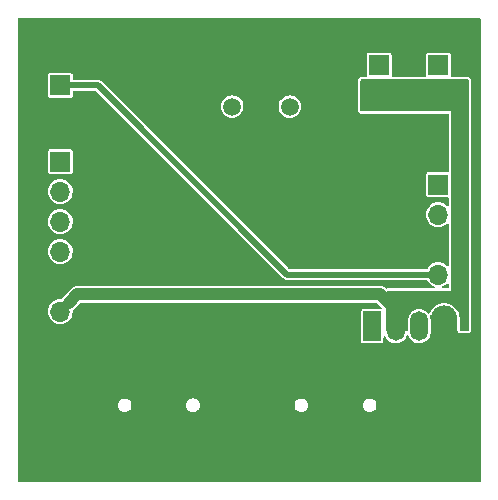
<source format=gbr>
%TF.GenerationSoftware,KiCad,Pcbnew,(6.0.2)*%
%TF.CreationDate,2023-02-05T14:58:07+00:00*%
%TF.ProjectId,STM32Board,53544d33-3242-46f6-9172-642e6b696361,rev?*%
%TF.SameCoordinates,Original*%
%TF.FileFunction,Copper,L2,Bot*%
%TF.FilePolarity,Positive*%
%FSLAX46Y46*%
G04 Gerber Fmt 4.6, Leading zero omitted, Abs format (unit mm)*
G04 Created by KiCad (PCBNEW (6.0.2)) date 2023-02-05 14:58:07*
%MOMM*%
%LPD*%
G01*
G04 APERTURE LIST*
%TA.AperFunction,ComponentPad*%
%ADD10O,1.000000X2.000000*%
%TD*%
%TA.AperFunction,ComponentPad*%
%ADD11O,1.050000X2.100000*%
%TD*%
%TA.AperFunction,ComponentPad*%
%ADD12C,1.500000*%
%TD*%
%TA.AperFunction,ComponentPad*%
%ADD13R,1.700000X1.700000*%
%TD*%
%TA.AperFunction,ComponentPad*%
%ADD14O,1.700000X1.700000*%
%TD*%
%TA.AperFunction,ComponentPad*%
%ADD15R,1.500000X2.500000*%
%TD*%
%TA.AperFunction,ComponentPad*%
%ADD16O,1.500000X2.500000*%
%TD*%
%TA.AperFunction,ComponentPad*%
%ADD17O,2.200000X3.500000*%
%TD*%
%TA.AperFunction,Conductor*%
%ADD18C,0.500000*%
%TD*%
%TA.AperFunction,Conductor*%
%ADD19C,1.000000*%
%TD*%
%TA.AperFunction,Conductor*%
%ADD20C,0.250000*%
%TD*%
G04 APERTURE END LIST*
D10*
%TO.P,J9,S2,SHELL_GND*%
%TO.N,GND*%
X115980000Y-129965000D03*
%TO.P,J9,S3,SHELL_GND*%
X124620000Y-129965000D03*
D11*
%TO.P,J9,S1,SHELL_GND*%
X115980000Y-125785000D03*
%TO.P,J9,S4,SHELL_GND*%
X124620000Y-125785000D03*
%TD*%
D10*
%TO.P,J8,S2,SHELL_GND*%
%TO.N,GND*%
X101017500Y-129965000D03*
%TO.P,J8,S3,SHELL_GND*%
X109657500Y-129965000D03*
D11*
%TO.P,J8,S1,SHELL_GND*%
X101017500Y-125785000D03*
%TO.P,J8,S4,SHELL_GND*%
X109657500Y-125785000D03*
%TD*%
D12*
%TO.P,Y1,1,1*%
%TO.N,/PD1*%
X111550000Y-101000000D03*
%TO.P,Y1,2,2*%
%TO.N,/PD0*%
X116430000Y-101000000D03*
%TD*%
D13*
%TO.P,J1,1,Pin_1*%
%TO.N,/PWM2*%
X129000000Y-97475000D03*
D14*
%TO.P,J1,2,Pin_2*%
%TO.N,+5V*%
X129000000Y-100015000D03*
%TO.P,J1,3,Pin_3*%
%TO.N,GND*%
X129000000Y-102555000D03*
%TD*%
D13*
%TO.P,J4,1,Pin_1*%
%TO.N,Net-(J4-Pad1)*%
X129000000Y-107600000D03*
D14*
%TO.P,J4,2,Pin_2*%
%TO.N,Net-(J4-Pad2)*%
X129000000Y-110140000D03*
%TO.P,J4,3,Pin_3*%
%TO.N,GND*%
X129000000Y-112680000D03*
%TO.P,J4,4,Pin_4*%
%TO.N,+3V3*%
X129000000Y-115220000D03*
%TD*%
D13*
%TO.P,J2,1,Pin_1*%
%TO.N,/PWM1*%
X124000000Y-97475000D03*
D14*
%TO.P,J2,2,Pin_2*%
%TO.N,+5V*%
X124000000Y-100015000D03*
%TO.P,J2,3,Pin_3*%
%TO.N,GND*%
X124000000Y-102555000D03*
%TD*%
D13*
%TO.P,J7,1,Pin_1*%
%TO.N,+3V3*%
X97000000Y-99200000D03*
D14*
%TO.P,J7,2,Pin_2*%
%TO.N,GND*%
X97000000Y-101740000D03*
%TD*%
D15*
%TO.P,SW2,1,A*%
%TO.N,/VBUS*%
X123400000Y-119600000D03*
D16*
%TO.P,SW2,2,B*%
%TO.N,+5V*%
X125400000Y-119600000D03*
%TO.P,SW2,3,C*%
%TO.N,unconnected-(SW2-Pad3)*%
X127400000Y-119600000D03*
D17*
%TO.P,SW2,4,SH1*%
%TO.N,GND*%
X121300000Y-119600000D03*
%TO.P,SW2,5,SH1*%
X129500000Y-119600000D03*
%TD*%
D13*
%TO.P,J3,1,Pin_1*%
%TO.N,/IN1*%
X97000000Y-105650000D03*
D14*
%TO.P,J3,2,Pin_2*%
%TO.N,/IN2*%
X97000000Y-108190000D03*
%TO.P,J3,3,Pin_3*%
%TO.N,/IN3*%
X97000000Y-110730000D03*
%TO.P,J3,4,Pin_4*%
%TO.N,/IN4*%
X97000000Y-113270000D03*
%TO.P,J3,5,Pin_5*%
%TO.N,GND*%
X97000000Y-115810000D03*
%TO.P,J3,6,Pin_6*%
%TO.N,+5V*%
X97000000Y-118350000D03*
%TD*%
D18*
%TO.N,+3V3*%
X97000000Y-99200000D02*
X100200000Y-99200000D01*
X100200000Y-99200000D02*
X116220000Y-115220000D01*
X116220000Y-115220000D02*
X129000000Y-115220000D01*
D19*
%TO.N,+5V*%
X125500000Y-119197500D02*
X125500000Y-118300000D01*
X124100000Y-116900000D02*
X98450000Y-116900000D01*
D20*
X125500000Y-119697500D02*
X125500000Y-119197500D01*
D19*
X98450000Y-116900000D02*
X97727020Y-117622980D01*
D20*
X97727020Y-117622980D02*
X97000000Y-118350000D01*
D19*
X125500000Y-118300000D02*
X124100000Y-116900000D01*
%TD*%
%TA.AperFunction,Conductor*%
%TO.N,GND*%
G36*
X132559191Y-93518907D02*
G01*
X132595155Y-93568407D01*
X132600000Y-93599000D01*
X132600000Y-132701000D01*
X132581093Y-132759191D01*
X132531593Y-132795155D01*
X132501000Y-132800000D01*
X93499000Y-132800000D01*
X93440809Y-132781093D01*
X93404845Y-132731593D01*
X93400000Y-132701000D01*
X93400000Y-126285000D01*
X101867034Y-126285000D01*
X101886813Y-126435236D01*
X101889297Y-126441233D01*
X101942319Y-126569240D01*
X101942321Y-126569244D01*
X101944802Y-126575233D01*
X101948748Y-126580375D01*
X101948750Y-126580379D01*
X102033098Y-126690302D01*
X102037049Y-126695451D01*
X102042198Y-126699402D01*
X102152121Y-126783750D01*
X102152125Y-126783752D01*
X102157267Y-126787698D01*
X102163256Y-126790179D01*
X102163260Y-126790181D01*
X102291267Y-126843203D01*
X102297264Y-126845687D01*
X102409780Y-126860500D01*
X102485220Y-126860500D01*
X102597736Y-126845687D01*
X102603733Y-126843203D01*
X102731740Y-126790181D01*
X102731744Y-126790179D01*
X102737733Y-126787698D01*
X102742875Y-126783752D01*
X102742879Y-126783750D01*
X102852802Y-126699402D01*
X102857951Y-126695451D01*
X102861902Y-126690302D01*
X102946250Y-126580379D01*
X102946252Y-126580375D01*
X102950198Y-126575233D01*
X102952679Y-126569244D01*
X102952681Y-126569240D01*
X103005703Y-126441233D01*
X103008187Y-126435236D01*
X103027966Y-126285000D01*
X107647034Y-126285000D01*
X107666813Y-126435236D01*
X107669297Y-126441233D01*
X107722319Y-126569240D01*
X107722321Y-126569244D01*
X107724802Y-126575233D01*
X107728748Y-126580375D01*
X107728750Y-126580379D01*
X107813098Y-126690302D01*
X107817049Y-126695451D01*
X107822198Y-126699402D01*
X107932121Y-126783750D01*
X107932125Y-126783752D01*
X107937267Y-126787698D01*
X107943256Y-126790179D01*
X107943260Y-126790181D01*
X108071267Y-126843203D01*
X108077264Y-126845687D01*
X108189780Y-126860500D01*
X108265220Y-126860500D01*
X108377736Y-126845687D01*
X108383733Y-126843203D01*
X108511740Y-126790181D01*
X108511744Y-126790179D01*
X108517733Y-126787698D01*
X108522875Y-126783752D01*
X108522879Y-126783750D01*
X108632802Y-126699402D01*
X108637951Y-126695451D01*
X108641902Y-126690302D01*
X108726250Y-126580379D01*
X108726252Y-126580375D01*
X108730198Y-126575233D01*
X108732679Y-126569244D01*
X108732681Y-126569240D01*
X108785703Y-126441233D01*
X108788187Y-126435236D01*
X108807966Y-126285000D01*
X116829534Y-126285000D01*
X116849313Y-126435236D01*
X116851797Y-126441233D01*
X116904819Y-126569240D01*
X116904821Y-126569244D01*
X116907302Y-126575233D01*
X116911248Y-126580375D01*
X116911250Y-126580379D01*
X116995598Y-126690302D01*
X116999549Y-126695451D01*
X117004698Y-126699402D01*
X117114621Y-126783750D01*
X117114625Y-126783752D01*
X117119767Y-126787698D01*
X117125756Y-126790179D01*
X117125760Y-126790181D01*
X117253767Y-126843203D01*
X117259764Y-126845687D01*
X117372280Y-126860500D01*
X117447720Y-126860500D01*
X117560236Y-126845687D01*
X117566233Y-126843203D01*
X117694240Y-126790181D01*
X117694244Y-126790179D01*
X117700233Y-126787698D01*
X117705375Y-126783752D01*
X117705379Y-126783750D01*
X117815302Y-126699402D01*
X117820451Y-126695451D01*
X117824402Y-126690302D01*
X117908750Y-126580379D01*
X117908752Y-126580375D01*
X117912698Y-126575233D01*
X117915179Y-126569244D01*
X117915181Y-126569240D01*
X117968203Y-126441233D01*
X117970687Y-126435236D01*
X117990466Y-126285000D01*
X122609534Y-126285000D01*
X122629313Y-126435236D01*
X122631797Y-126441233D01*
X122684819Y-126569240D01*
X122684821Y-126569244D01*
X122687302Y-126575233D01*
X122691248Y-126580375D01*
X122691250Y-126580379D01*
X122775598Y-126690302D01*
X122779549Y-126695451D01*
X122784698Y-126699402D01*
X122894621Y-126783750D01*
X122894625Y-126783752D01*
X122899767Y-126787698D01*
X122905756Y-126790179D01*
X122905760Y-126790181D01*
X123033767Y-126843203D01*
X123039764Y-126845687D01*
X123152280Y-126860500D01*
X123227720Y-126860500D01*
X123340236Y-126845687D01*
X123346233Y-126843203D01*
X123474240Y-126790181D01*
X123474244Y-126790179D01*
X123480233Y-126787698D01*
X123485375Y-126783752D01*
X123485379Y-126783750D01*
X123595302Y-126699402D01*
X123600451Y-126695451D01*
X123604402Y-126690302D01*
X123688750Y-126580379D01*
X123688752Y-126580375D01*
X123692698Y-126575233D01*
X123695179Y-126569244D01*
X123695181Y-126569240D01*
X123748203Y-126441233D01*
X123750687Y-126435236D01*
X123770466Y-126285000D01*
X123750687Y-126134764D01*
X123748203Y-126128767D01*
X123695181Y-126000760D01*
X123695179Y-126000756D01*
X123692698Y-125994767D01*
X123688752Y-125989625D01*
X123688750Y-125989621D01*
X123604402Y-125879698D01*
X123600451Y-125874549D01*
X123595302Y-125870598D01*
X123485379Y-125786250D01*
X123485375Y-125786248D01*
X123480233Y-125782302D01*
X123474244Y-125779821D01*
X123474240Y-125779819D01*
X123346233Y-125726797D01*
X123340236Y-125724313D01*
X123227720Y-125709500D01*
X123152280Y-125709500D01*
X123039764Y-125724313D01*
X123033767Y-125726797D01*
X122905760Y-125779819D01*
X122905756Y-125779821D01*
X122899767Y-125782302D01*
X122894625Y-125786248D01*
X122894621Y-125786250D01*
X122784698Y-125870598D01*
X122779549Y-125874549D01*
X122775598Y-125879698D01*
X122691250Y-125989621D01*
X122691248Y-125989625D01*
X122687302Y-125994767D01*
X122684821Y-126000756D01*
X122684819Y-126000760D01*
X122631797Y-126128767D01*
X122629313Y-126134764D01*
X122609534Y-126285000D01*
X117990466Y-126285000D01*
X117970687Y-126134764D01*
X117968203Y-126128767D01*
X117915181Y-126000760D01*
X117915179Y-126000756D01*
X117912698Y-125994767D01*
X117908752Y-125989625D01*
X117908750Y-125989621D01*
X117824402Y-125879698D01*
X117820451Y-125874549D01*
X117815302Y-125870598D01*
X117705379Y-125786250D01*
X117705375Y-125786248D01*
X117700233Y-125782302D01*
X117694244Y-125779821D01*
X117694240Y-125779819D01*
X117566233Y-125726797D01*
X117560236Y-125724313D01*
X117447720Y-125709500D01*
X117372280Y-125709500D01*
X117259764Y-125724313D01*
X117253767Y-125726797D01*
X117125760Y-125779819D01*
X117125756Y-125779821D01*
X117119767Y-125782302D01*
X117114625Y-125786248D01*
X117114621Y-125786250D01*
X117004698Y-125870598D01*
X116999549Y-125874549D01*
X116995598Y-125879698D01*
X116911250Y-125989621D01*
X116911248Y-125989625D01*
X116907302Y-125994767D01*
X116904821Y-126000756D01*
X116904819Y-126000760D01*
X116851797Y-126128767D01*
X116849313Y-126134764D01*
X116829534Y-126285000D01*
X108807966Y-126285000D01*
X108788187Y-126134764D01*
X108785703Y-126128767D01*
X108732681Y-126000760D01*
X108732679Y-126000756D01*
X108730198Y-125994767D01*
X108726252Y-125989625D01*
X108726250Y-125989621D01*
X108641902Y-125879698D01*
X108637951Y-125874549D01*
X108632802Y-125870598D01*
X108522879Y-125786250D01*
X108522875Y-125786248D01*
X108517733Y-125782302D01*
X108511744Y-125779821D01*
X108511740Y-125779819D01*
X108383733Y-125726797D01*
X108377736Y-125724313D01*
X108265220Y-125709500D01*
X108189780Y-125709500D01*
X108077264Y-125724313D01*
X108071267Y-125726797D01*
X107943260Y-125779819D01*
X107943256Y-125779821D01*
X107937267Y-125782302D01*
X107932125Y-125786248D01*
X107932121Y-125786250D01*
X107822198Y-125870598D01*
X107817049Y-125874549D01*
X107813098Y-125879698D01*
X107728750Y-125989621D01*
X107728748Y-125989625D01*
X107724802Y-125994767D01*
X107722321Y-126000756D01*
X107722319Y-126000760D01*
X107669297Y-126128767D01*
X107666813Y-126134764D01*
X107647034Y-126285000D01*
X103027966Y-126285000D01*
X103008187Y-126134764D01*
X103005703Y-126128767D01*
X102952681Y-126000760D01*
X102952679Y-126000756D01*
X102950198Y-125994767D01*
X102946252Y-125989625D01*
X102946250Y-125989621D01*
X102861902Y-125879698D01*
X102857951Y-125874549D01*
X102852802Y-125870598D01*
X102742879Y-125786250D01*
X102742875Y-125786248D01*
X102737733Y-125782302D01*
X102731744Y-125779821D01*
X102731740Y-125779819D01*
X102603733Y-125726797D01*
X102597736Y-125724313D01*
X102485220Y-125709500D01*
X102409780Y-125709500D01*
X102297264Y-125724313D01*
X102291267Y-125726797D01*
X102163260Y-125779819D01*
X102163256Y-125779821D01*
X102157267Y-125782302D01*
X102152125Y-125786248D01*
X102152121Y-125786250D01*
X102042198Y-125870598D01*
X102037049Y-125874549D01*
X102033098Y-125879698D01*
X101948750Y-125989621D01*
X101948748Y-125989625D01*
X101944802Y-125994767D01*
X101942321Y-126000756D01*
X101942319Y-126000760D01*
X101889297Y-126128767D01*
X101886813Y-126134764D01*
X101867034Y-126285000D01*
X93400000Y-126285000D01*
X93400000Y-118335262D01*
X95944520Y-118335262D01*
X95961759Y-118540553D01*
X95963092Y-118545201D01*
X95963092Y-118545202D01*
X96014255Y-118723627D01*
X96018544Y-118738586D01*
X96112712Y-118921818D01*
X96240677Y-119083270D01*
X96244357Y-119086402D01*
X96244359Y-119086404D01*
X96357017Y-119182283D01*
X96397564Y-119216791D01*
X96401787Y-119219151D01*
X96401791Y-119219154D01*
X96441342Y-119241258D01*
X96577398Y-119317297D01*
X96581996Y-119318791D01*
X96768724Y-119379463D01*
X96768726Y-119379464D01*
X96773329Y-119380959D01*
X96977894Y-119405351D01*
X96982716Y-119404980D01*
X96982719Y-119404980D01*
X97050541Y-119399761D01*
X97183300Y-119389546D01*
X97381725Y-119334145D01*
X97386038Y-119331966D01*
X97386044Y-119331964D01*
X97561289Y-119243441D01*
X97561291Y-119243440D01*
X97565610Y-119241258D01*
X97600943Y-119213653D01*
X97724135Y-119117406D01*
X97724139Y-119117402D01*
X97727951Y-119114424D01*
X97862564Y-118958472D01*
X97881231Y-118925613D01*
X97961934Y-118783550D01*
X97961935Y-118783547D01*
X97964323Y-118779344D01*
X97968497Y-118766799D01*
X98027824Y-118588454D01*
X98027824Y-118588452D01*
X98029351Y-118583863D01*
X98030829Y-118572168D01*
X98054823Y-118382228D01*
X98055171Y-118379474D01*
X98055583Y-118350000D01*
X98052183Y-118315322D01*
X98065322Y-118255564D01*
X98090443Y-118227120D01*
X98137962Y-118190657D01*
X98189698Y-118150958D01*
X98711161Y-117629496D01*
X98765678Y-117601719D01*
X98781165Y-117600500D01*
X123768836Y-117600500D01*
X123827027Y-117619407D01*
X123838840Y-117629497D01*
X124189839Y-117980497D01*
X124217616Y-118035013D01*
X124208045Y-118095445D01*
X124164780Y-118138710D01*
X124119835Y-118149500D01*
X122630252Y-118149500D01*
X122604005Y-118154721D01*
X122581334Y-118159230D01*
X122581332Y-118159231D01*
X122571769Y-118161133D01*
X122505448Y-118205448D01*
X122461133Y-118271769D01*
X122449500Y-118330252D01*
X122449500Y-120869748D01*
X122450448Y-120874512D01*
X122457992Y-120912438D01*
X122461133Y-120928231D01*
X122505448Y-120994552D01*
X122571769Y-121038867D01*
X122581332Y-121040769D01*
X122581334Y-121040770D01*
X122604005Y-121045279D01*
X122630252Y-121050500D01*
X124169748Y-121050500D01*
X124195995Y-121045279D01*
X124218666Y-121040770D01*
X124218668Y-121040769D01*
X124228231Y-121038867D01*
X124294552Y-120994552D01*
X124338867Y-120928231D01*
X124342009Y-120912438D01*
X124349552Y-120874512D01*
X124350500Y-120869748D01*
X124350500Y-120550042D01*
X124369407Y-120491851D01*
X124418907Y-120455887D01*
X124480093Y-120455887D01*
X124529593Y-120491851D01*
X124536085Y-120502043D01*
X124615472Y-120645261D01*
X124741136Y-120791875D01*
X124745103Y-120794952D01*
X124889754Y-120907156D01*
X124889759Y-120907159D01*
X124893714Y-120910227D01*
X125066974Y-120995481D01*
X125155630Y-121018574D01*
X125248979Y-121042890D01*
X125248983Y-121042891D01*
X125253837Y-121044155D01*
X125258849Y-121044418D01*
X125258851Y-121044418D01*
X125326778Y-121047978D01*
X125446671Y-121054261D01*
X125451630Y-121053511D01*
X125451631Y-121053511D01*
X125513494Y-121044155D01*
X125637599Y-121025386D01*
X125818821Y-120958710D01*
X125823079Y-120956070D01*
X125823081Y-120956069D01*
X125978670Y-120859599D01*
X125978671Y-120859598D01*
X125982934Y-120856955D01*
X126123235Y-120724279D01*
X126126109Y-120720174D01*
X126126112Y-120720171D01*
X126231116Y-120570208D01*
X126233991Y-120566102D01*
X126266123Y-120491851D01*
X126310680Y-120388885D01*
X126312418Y-120389637D01*
X126343532Y-120346179D01*
X126401590Y-120326866D01*
X126459911Y-120345368D01*
X126496750Y-120396259D01*
X126521856Y-120476373D01*
X126615472Y-120645261D01*
X126741136Y-120791875D01*
X126745103Y-120794952D01*
X126889754Y-120907156D01*
X126889759Y-120907159D01*
X126893714Y-120910227D01*
X127066974Y-120995481D01*
X127155630Y-121018574D01*
X127248979Y-121042890D01*
X127248983Y-121042891D01*
X127253837Y-121044155D01*
X127258849Y-121044418D01*
X127258851Y-121044418D01*
X127326778Y-121047978D01*
X127446671Y-121054261D01*
X127451630Y-121053511D01*
X127451631Y-121053511D01*
X127513494Y-121044155D01*
X127637599Y-121025386D01*
X127818821Y-120958710D01*
X127823079Y-120956070D01*
X127823081Y-120956069D01*
X127978670Y-120859599D01*
X127978671Y-120859598D01*
X127982934Y-120856955D01*
X128123235Y-120724279D01*
X128126109Y-120720174D01*
X128126112Y-120720171D01*
X128231116Y-120570208D01*
X128233991Y-120566102D01*
X128266123Y-120491851D01*
X128308691Y-120393481D01*
X128310680Y-120388885D01*
X128350168Y-120199867D01*
X128350500Y-120193532D01*
X128350500Y-119051741D01*
X128350247Y-119049248D01*
X128336395Y-118912877D01*
X128336394Y-118912873D01*
X128335888Y-118907890D01*
X128300656Y-118795464D01*
X128301297Y-118734282D01*
X128339561Y-118683923D01*
X128391386Y-118648778D01*
X128395987Y-118645658D01*
X128437715Y-118600910D01*
X128472705Y-118549035D01*
X128530579Y-118424925D01*
X128530580Y-118424924D01*
X128530585Y-118424914D01*
X128539640Y-118405496D01*
X128548268Y-118390551D01*
X128648779Y-118247005D01*
X128659871Y-118233785D01*
X128783784Y-118109872D01*
X128797005Y-118098780D01*
X128940559Y-117998264D01*
X128955502Y-117989636D01*
X129114321Y-117915577D01*
X129130526Y-117909679D01*
X129194327Y-117892583D01*
X129299804Y-117864320D01*
X129316800Y-117861324D01*
X129491372Y-117846051D01*
X129508628Y-117846051D01*
X129683201Y-117861324D01*
X129700196Y-117864320D01*
X129805674Y-117892583D01*
X129869467Y-117909676D01*
X129885684Y-117915579D01*
X130044500Y-117989637D01*
X130059444Y-117998265D01*
X130202996Y-118098780D01*
X130216216Y-118109872D01*
X130340129Y-118233785D01*
X130351221Y-118247005D01*
X130451736Y-118390557D01*
X130460364Y-118405501D01*
X130534423Y-118564321D01*
X130540322Y-118580526D01*
X130556685Y-118641593D01*
X130585680Y-118749805D01*
X130588676Y-118766799D01*
X130600123Y-118897635D01*
X130600500Y-118906264D01*
X130600500Y-119901000D01*
X130602962Y-119932284D01*
X130607807Y-119962877D01*
X130610040Y-119968267D01*
X130610041Y-119968272D01*
X130629691Y-120015710D01*
X130643542Y-120049150D01*
X130679506Y-120098650D01*
X130682894Y-120102528D01*
X130697755Y-120119538D01*
X130703097Y-120125653D01*
X130779507Y-120171305D01*
X130784786Y-120173020D01*
X130784790Y-120173022D01*
X130833995Y-120189009D01*
X130837698Y-120190212D01*
X130841542Y-120190821D01*
X130841547Y-120190822D01*
X130895652Y-120199391D01*
X130895657Y-120199391D01*
X130899500Y-120200000D01*
X131501000Y-120200000D01*
X131532284Y-120197538D01*
X131562877Y-120192693D01*
X131568267Y-120190460D01*
X131568272Y-120190459D01*
X131621393Y-120168455D01*
X131649150Y-120156958D01*
X131698650Y-120120994D01*
X131725653Y-120097403D01*
X131771305Y-120020993D01*
X131790212Y-119962802D01*
X131790822Y-119958953D01*
X131799391Y-119904848D01*
X131799391Y-119904843D01*
X131800000Y-119901000D01*
X131800000Y-98799000D01*
X131797538Y-98767716D01*
X131792693Y-98737123D01*
X131790460Y-98731733D01*
X131790459Y-98731728D01*
X131759194Y-98656249D01*
X131756958Y-98650850D01*
X131720994Y-98601350D01*
X131707428Y-98585822D01*
X131702528Y-98580213D01*
X131702527Y-98580212D01*
X131697403Y-98574347D01*
X131620993Y-98528695D01*
X131615714Y-98526980D01*
X131615710Y-98526978D01*
X131566505Y-98510991D01*
X131566503Y-98510991D01*
X131562802Y-98509788D01*
X131558958Y-98509179D01*
X131558953Y-98509178D01*
X131504848Y-98500609D01*
X131504843Y-98500609D01*
X131501000Y-98500000D01*
X130140251Y-98500000D01*
X130082060Y-98481093D01*
X130046096Y-98431593D01*
X130043153Y-98381687D01*
X130049552Y-98349514D01*
X130050500Y-98344748D01*
X130050500Y-96605252D01*
X130038867Y-96546769D01*
X129994552Y-96480448D01*
X129928231Y-96436133D01*
X129918668Y-96434231D01*
X129918666Y-96434230D01*
X129895995Y-96429721D01*
X129869748Y-96424500D01*
X128130252Y-96424500D01*
X128104005Y-96429721D01*
X128081334Y-96434230D01*
X128081332Y-96434231D01*
X128071769Y-96436133D01*
X128005448Y-96480448D01*
X127961133Y-96546769D01*
X127949500Y-96605252D01*
X127949500Y-98344748D01*
X127950448Y-98349514D01*
X127956847Y-98381687D01*
X127949655Y-98442448D01*
X127908122Y-98487378D01*
X127859749Y-98500000D01*
X125140251Y-98500000D01*
X125082060Y-98481093D01*
X125046096Y-98431593D01*
X125043153Y-98381687D01*
X125049552Y-98349514D01*
X125050500Y-98344748D01*
X125050500Y-96605252D01*
X125038867Y-96546769D01*
X124994552Y-96480448D01*
X124928231Y-96436133D01*
X124918668Y-96434231D01*
X124918666Y-96434230D01*
X124895995Y-96429721D01*
X124869748Y-96424500D01*
X123130252Y-96424500D01*
X123104005Y-96429721D01*
X123081334Y-96434230D01*
X123081332Y-96434231D01*
X123071769Y-96436133D01*
X123005448Y-96480448D01*
X122961133Y-96546769D01*
X122949500Y-96605252D01*
X122949500Y-98344748D01*
X122950448Y-98349514D01*
X122956847Y-98381687D01*
X122949655Y-98442448D01*
X122908122Y-98487378D01*
X122859749Y-98500000D01*
X122499000Y-98500000D01*
X122467716Y-98502462D01*
X122437123Y-98507307D01*
X122431733Y-98509540D01*
X122431728Y-98509541D01*
X122389632Y-98526978D01*
X122350850Y-98543042D01*
X122301350Y-98579006D01*
X122274347Y-98602597D01*
X122228695Y-98679007D01*
X122209788Y-98737198D01*
X122209179Y-98741042D01*
X122209178Y-98741047D01*
X122200638Y-98794973D01*
X122200000Y-98799000D01*
X122200000Y-101301000D01*
X122202462Y-101332284D01*
X122207307Y-101362877D01*
X122209540Y-101368267D01*
X122209541Y-101368272D01*
X122230731Y-101419428D01*
X122243042Y-101449150D01*
X122279006Y-101498650D01*
X122302597Y-101525653D01*
X122379007Y-101571305D01*
X122384286Y-101573020D01*
X122384290Y-101573022D01*
X122433495Y-101589009D01*
X122437198Y-101590212D01*
X122441042Y-101590821D01*
X122441047Y-101590822D01*
X122495152Y-101599391D01*
X122495157Y-101599391D01*
X122499000Y-101600000D01*
X129801000Y-101600000D01*
X129859191Y-101618907D01*
X129895155Y-101668407D01*
X129900000Y-101699000D01*
X129900000Y-106450500D01*
X129881093Y-106508691D01*
X129831593Y-106544655D01*
X129801000Y-106549500D01*
X128130252Y-106549500D01*
X128104005Y-106554721D01*
X128081334Y-106559230D01*
X128081332Y-106559231D01*
X128071769Y-106561133D01*
X128005448Y-106605448D01*
X127961133Y-106671769D01*
X127949500Y-106730252D01*
X127949500Y-108469748D01*
X127961133Y-108528231D01*
X128005448Y-108594552D01*
X128071769Y-108638867D01*
X128081332Y-108640769D01*
X128081334Y-108640770D01*
X128099997Y-108644482D01*
X128130252Y-108650500D01*
X129801000Y-108650500D01*
X129859191Y-108669407D01*
X129895155Y-108718907D01*
X129900000Y-108749500D01*
X129900000Y-109310723D01*
X129881093Y-109368914D01*
X129831593Y-109404878D01*
X129770407Y-109404878D01*
X129737895Y-109387004D01*
X129594002Y-109267965D01*
X129594000Y-109267964D01*
X129590275Y-109264882D01*
X129409055Y-109166897D01*
X129345855Y-109147333D01*
X129216875Y-109107407D01*
X129216871Y-109107406D01*
X129212254Y-109105977D01*
X129207446Y-109105472D01*
X129207443Y-109105471D01*
X129012185Y-109084949D01*
X129012183Y-109084949D01*
X129007369Y-109084443D01*
X128947354Y-109089905D01*
X128807022Y-109102675D01*
X128807017Y-109102676D01*
X128802203Y-109103114D01*
X128604572Y-109161280D01*
X128600288Y-109163519D01*
X128600287Y-109163520D01*
X128577475Y-109175446D01*
X128422002Y-109256726D01*
X128418231Y-109259758D01*
X128265220Y-109382781D01*
X128265217Y-109382783D01*
X128261447Y-109385815D01*
X128129024Y-109543630D01*
X128126689Y-109547878D01*
X128126688Y-109547879D01*
X128100819Y-109594935D01*
X128029776Y-109724162D01*
X128028313Y-109728775D01*
X128028311Y-109728779D01*
X127989935Y-109849758D01*
X127967484Y-109920532D01*
X127944520Y-110125262D01*
X127945934Y-110142095D01*
X127961165Y-110323476D01*
X127961759Y-110330553D01*
X127963092Y-110335201D01*
X127963092Y-110335202D01*
X128012044Y-110505917D01*
X128018544Y-110528586D01*
X128112712Y-110711818D01*
X128240677Y-110873270D01*
X128244357Y-110876402D01*
X128244359Y-110876404D01*
X128341480Y-110959060D01*
X128397564Y-111006791D01*
X128401787Y-111009151D01*
X128401791Y-111009154D01*
X128441342Y-111031258D01*
X128577398Y-111107297D01*
X128581996Y-111108791D01*
X128768724Y-111169463D01*
X128768726Y-111169464D01*
X128773329Y-111170959D01*
X128977894Y-111195351D01*
X128982716Y-111194980D01*
X128982719Y-111194980D01*
X129050541Y-111189761D01*
X129183300Y-111179546D01*
X129381725Y-111124145D01*
X129386038Y-111121966D01*
X129386044Y-111121964D01*
X129561289Y-111033441D01*
X129561291Y-111033440D01*
X129565610Y-111031258D01*
X129727951Y-110904424D01*
X129731113Y-110900760D01*
X129732730Y-110899221D01*
X129787910Y-110872785D01*
X129848090Y-110883832D01*
X129890283Y-110928142D01*
X129900000Y-110970916D01*
X129900000Y-114390723D01*
X129881093Y-114448914D01*
X129831593Y-114484878D01*
X129770407Y-114484878D01*
X129737895Y-114467004D01*
X129594002Y-114347965D01*
X129594000Y-114347964D01*
X129590275Y-114344882D01*
X129409055Y-114246897D01*
X129345855Y-114227333D01*
X129216875Y-114187407D01*
X129216871Y-114187406D01*
X129212254Y-114185977D01*
X129207446Y-114185472D01*
X129207443Y-114185471D01*
X129012185Y-114164949D01*
X129012183Y-114164949D01*
X129007369Y-114164443D01*
X128947354Y-114169905D01*
X128807022Y-114182675D01*
X128807017Y-114182676D01*
X128802203Y-114183114D01*
X128604572Y-114241280D01*
X128600288Y-114243519D01*
X128600287Y-114243520D01*
X128577475Y-114255446D01*
X128422002Y-114336726D01*
X128418231Y-114339758D01*
X128265220Y-114462781D01*
X128265217Y-114462783D01*
X128261447Y-114465815D01*
X128258333Y-114469526D01*
X128258332Y-114469527D01*
X128132139Y-114619917D01*
X128132136Y-114619921D01*
X128129024Y-114623630D01*
X128126692Y-114627873D01*
X128126690Y-114627875D01*
X128077038Y-114718193D01*
X128032435Y-114760078D01*
X127990283Y-114769500D01*
X116447611Y-114769500D01*
X116389420Y-114750593D01*
X116377607Y-114740504D01*
X102623768Y-100986665D01*
X110594994Y-100986665D01*
X110610592Y-101172414D01*
X110611925Y-101177062D01*
X110611925Y-101177063D01*
X110656434Y-101332284D01*
X110661971Y-101351595D01*
X110747176Y-101517385D01*
X110862959Y-101663468D01*
X110866646Y-101666606D01*
X110866648Y-101666608D01*
X111001224Y-101781141D01*
X111001229Y-101781144D01*
X111004912Y-101784279D01*
X111009134Y-101786639D01*
X111009139Y-101786642D01*
X111039191Y-101803437D01*
X111167627Y-101875217D01*
X111172225Y-101876711D01*
X111340302Y-101931323D01*
X111340304Y-101931324D01*
X111344907Y-101932819D01*
X111529998Y-101954890D01*
X111534820Y-101954519D01*
X111534823Y-101954519D01*
X111711023Y-101940961D01*
X111711028Y-101940960D01*
X111715851Y-101940589D01*
X111895387Y-101890462D01*
X111899700Y-101888283D01*
X111899706Y-101888281D01*
X112057447Y-101808600D01*
X112057449Y-101808598D01*
X112061768Y-101806417D01*
X112208655Y-101691656D01*
X112330454Y-101550550D01*
X112422526Y-101388474D01*
X112429247Y-101368272D01*
X112479837Y-101216192D01*
X112479837Y-101216190D01*
X112481364Y-101211601D01*
X112504727Y-101026668D01*
X112505099Y-101000000D01*
X112503791Y-100986665D01*
X115474994Y-100986665D01*
X115490592Y-101172414D01*
X115491925Y-101177062D01*
X115491925Y-101177063D01*
X115536434Y-101332284D01*
X115541971Y-101351595D01*
X115627176Y-101517385D01*
X115742959Y-101663468D01*
X115746646Y-101666606D01*
X115746648Y-101666608D01*
X115881224Y-101781141D01*
X115881229Y-101781144D01*
X115884912Y-101784279D01*
X115889134Y-101786639D01*
X115889139Y-101786642D01*
X115919191Y-101803437D01*
X116047627Y-101875217D01*
X116052225Y-101876711D01*
X116220302Y-101931323D01*
X116220304Y-101931324D01*
X116224907Y-101932819D01*
X116409998Y-101954890D01*
X116414820Y-101954519D01*
X116414823Y-101954519D01*
X116591023Y-101940961D01*
X116591028Y-101940960D01*
X116595851Y-101940589D01*
X116775387Y-101890462D01*
X116779700Y-101888283D01*
X116779706Y-101888281D01*
X116937447Y-101808600D01*
X116937449Y-101808598D01*
X116941768Y-101806417D01*
X117088655Y-101691656D01*
X117210454Y-101550550D01*
X117302526Y-101388474D01*
X117309247Y-101368272D01*
X117359837Y-101216192D01*
X117359837Y-101216190D01*
X117361364Y-101211601D01*
X117384727Y-101026668D01*
X117385099Y-101000000D01*
X117366909Y-100814487D01*
X117313033Y-100636040D01*
X117225522Y-100471456D01*
X117107710Y-100327005D01*
X117103981Y-100323920D01*
X116967812Y-100211270D01*
X116967810Y-100211269D01*
X116964085Y-100208187D01*
X116800116Y-100119529D01*
X116622049Y-100064409D01*
X116617239Y-100063903D01*
X116617237Y-100063903D01*
X116441484Y-100045430D01*
X116441482Y-100045430D01*
X116436668Y-100044924D01*
X116374673Y-100050566D01*
X116255852Y-100061379D01*
X116255848Y-100061380D01*
X116251032Y-100061818D01*
X116246390Y-100063184D01*
X116246386Y-100063185D01*
X116076861Y-100113080D01*
X116076858Y-100113081D01*
X116072214Y-100114448D01*
X115907023Y-100200807D01*
X115903247Y-100203843D01*
X115903244Y-100203845D01*
X115845217Y-100250500D01*
X115761752Y-100317608D01*
X115758644Y-100321312D01*
X115645044Y-100456695D01*
X115645041Y-100456699D01*
X115641935Y-100460401D01*
X115552135Y-100623746D01*
X115550672Y-100628359D01*
X115550670Y-100628363D01*
X115501013Y-100784902D01*
X115495772Y-100801424D01*
X115474994Y-100986665D01*
X112503791Y-100986665D01*
X112486909Y-100814487D01*
X112433033Y-100636040D01*
X112345522Y-100471456D01*
X112227710Y-100327005D01*
X112223981Y-100323920D01*
X112087812Y-100211270D01*
X112087810Y-100211269D01*
X112084085Y-100208187D01*
X111920116Y-100119529D01*
X111742049Y-100064409D01*
X111737239Y-100063903D01*
X111737237Y-100063903D01*
X111561484Y-100045430D01*
X111561482Y-100045430D01*
X111556668Y-100044924D01*
X111494673Y-100050566D01*
X111375852Y-100061379D01*
X111375848Y-100061380D01*
X111371032Y-100061818D01*
X111366390Y-100063184D01*
X111366386Y-100063185D01*
X111196861Y-100113080D01*
X111196858Y-100113081D01*
X111192214Y-100114448D01*
X111027023Y-100200807D01*
X111023247Y-100203843D01*
X111023244Y-100203845D01*
X110965217Y-100250500D01*
X110881752Y-100317608D01*
X110878644Y-100321312D01*
X110765044Y-100456695D01*
X110765041Y-100456699D01*
X110761935Y-100460401D01*
X110672135Y-100623746D01*
X110670672Y-100628359D01*
X110670670Y-100628363D01*
X110621013Y-100784902D01*
X110615772Y-100801424D01*
X110594994Y-100986665D01*
X102623768Y-100986665D01*
X100541619Y-98904516D01*
X100533877Y-98895803D01*
X100516453Y-98873701D01*
X100511872Y-98867890D01*
X100463251Y-98834286D01*
X100460728Y-98832483D01*
X100419139Y-98801764D01*
X100419137Y-98801763D01*
X100413184Y-98797366D01*
X100406368Y-98794973D01*
X100400431Y-98790869D01*
X100393372Y-98788636D01*
X100393371Y-98788636D01*
X100373027Y-98782202D01*
X100344071Y-98773044D01*
X100341186Y-98772082D01*
X100285369Y-98752481D01*
X100279327Y-98752244D01*
X100276653Y-98751723D01*
X100271270Y-98750020D01*
X100264663Y-98749500D01*
X100211459Y-98749500D01*
X100207572Y-98749424D01*
X100157397Y-98747452D01*
X100157394Y-98747452D01*
X100150006Y-98747162D01*
X100143228Y-98748959D01*
X100133403Y-98749500D01*
X98149500Y-98749500D01*
X98091309Y-98730593D01*
X98055345Y-98681093D01*
X98050500Y-98650500D01*
X98050500Y-98330252D01*
X98038867Y-98271769D01*
X97994552Y-98205448D01*
X97928231Y-98161133D01*
X97918668Y-98159231D01*
X97918666Y-98159230D01*
X97895995Y-98154721D01*
X97869748Y-98149500D01*
X96130252Y-98149500D01*
X96104005Y-98154721D01*
X96081334Y-98159230D01*
X96081332Y-98159231D01*
X96071769Y-98161133D01*
X96005448Y-98205448D01*
X95961133Y-98271769D01*
X95949500Y-98330252D01*
X95949500Y-100069748D01*
X95950448Y-100074512D01*
X95959118Y-100118100D01*
X95961133Y-100128231D01*
X96005448Y-100194552D01*
X96071769Y-100238867D01*
X96081332Y-100240769D01*
X96081334Y-100240770D01*
X96104005Y-100245279D01*
X96130252Y-100250500D01*
X97869748Y-100250500D01*
X97895995Y-100245279D01*
X97918666Y-100240770D01*
X97918668Y-100240769D01*
X97928231Y-100238867D01*
X97994552Y-100194552D01*
X98038867Y-100128231D01*
X98040883Y-100118100D01*
X98049552Y-100074512D01*
X98050500Y-100069748D01*
X98050500Y-99749500D01*
X98069407Y-99691309D01*
X98118907Y-99655345D01*
X98149500Y-99650500D01*
X99972389Y-99650500D01*
X100030580Y-99669407D01*
X100042393Y-99679496D01*
X115878381Y-115515484D01*
X115886122Y-115524196D01*
X115908128Y-115552110D01*
X115914215Y-115556317D01*
X115956741Y-115585708D01*
X115959272Y-115587517D01*
X116000861Y-115618236D01*
X116000863Y-115618237D01*
X116006816Y-115622634D01*
X116013632Y-115625027D01*
X116019569Y-115629131D01*
X116026628Y-115631364D01*
X116026629Y-115631364D01*
X116046973Y-115637798D01*
X116075929Y-115646956D01*
X116078814Y-115647918D01*
X116134631Y-115667519D01*
X116140673Y-115667756D01*
X116143347Y-115668277D01*
X116148730Y-115669980D01*
X116155337Y-115670500D01*
X116208541Y-115670500D01*
X116212428Y-115670576D01*
X116269994Y-115672838D01*
X116276773Y-115671041D01*
X116286593Y-115670500D01*
X127989933Y-115670500D01*
X128048124Y-115689407D01*
X128077985Y-115724247D01*
X128112712Y-115791818D01*
X128240677Y-115953270D01*
X128244357Y-115956402D01*
X128244359Y-115956404D01*
X128355411Y-116050916D01*
X128397564Y-116086791D01*
X128401787Y-116089151D01*
X128401791Y-116089154D01*
X128441342Y-116111258D01*
X128577398Y-116187297D01*
X128605251Y-116196347D01*
X128637560Y-116206845D01*
X128687060Y-116242809D01*
X128705967Y-116301000D01*
X128687060Y-116359191D01*
X128637559Y-116395155D01*
X128606967Y-116400000D01*
X124699000Y-116400000D01*
X124667716Y-116402462D01*
X124660801Y-116403557D01*
X124657555Y-116404071D01*
X124597123Y-116394499D01*
X124575969Y-116379960D01*
X124572169Y-116375604D01*
X124519939Y-116338897D01*
X124515786Y-116335812D01*
X124514162Y-116334538D01*
X124496868Y-116320978D01*
X124470242Y-116300100D01*
X124470239Y-116300098D01*
X124465543Y-116296416D01*
X124460099Y-116293958D01*
X124457165Y-116292633D01*
X124440972Y-116283398D01*
X124433453Y-116278113D01*
X124427894Y-116275946D01*
X124427891Y-116275944D01*
X124373973Y-116254922D01*
X124369197Y-116252914D01*
X124340920Y-116240147D01*
X124311016Y-116226645D01*
X124301975Y-116224969D01*
X124284062Y-116219867D01*
X124275487Y-116216524D01*
X124212181Y-116208190D01*
X124207086Y-116207384D01*
X124174913Y-116201420D01*
X124150180Y-116196836D01*
X124150177Y-116196836D01*
X124144308Y-116195748D01*
X124083203Y-116199271D01*
X124082076Y-116199336D01*
X124076378Y-116199500D01*
X98477729Y-116199500D01*
X98470995Y-116199271D01*
X98470683Y-116199250D01*
X98413070Y-116195322D01*
X98407199Y-116196347D01*
X98407194Y-116196347D01*
X98350180Y-116206298D01*
X98345053Y-116207055D01*
X98287604Y-116214007D01*
X98287603Y-116214007D01*
X98281680Y-116214724D01*
X98273068Y-116217978D01*
X98255105Y-116222892D01*
X98246046Y-116224473D01*
X98240584Y-116226871D01*
X98240583Y-116226871D01*
X98187593Y-116250132D01*
X98182795Y-116252090D01*
X98123077Y-116274655D01*
X98118160Y-116278035D01*
X98118157Y-116278036D01*
X98115498Y-116279864D01*
X98099220Y-116288925D01*
X98090797Y-116292622D01*
X98086064Y-116296254D01*
X98040141Y-116331492D01*
X98035957Y-116334532D01*
X97983349Y-116370688D01*
X97962134Y-116394499D01*
X97941885Y-116417226D01*
X97937972Y-116421372D01*
X97201628Y-117157715D01*
X97123436Y-117257437D01*
X97121729Y-117256099D01*
X97082451Y-117290013D01*
X97033725Y-117297213D01*
X97012185Y-117294949D01*
X97012183Y-117294949D01*
X97007369Y-117294443D01*
X96947354Y-117299905D01*
X96807022Y-117312675D01*
X96807017Y-117312676D01*
X96802203Y-117313114D01*
X96604572Y-117371280D01*
X96422002Y-117466726D01*
X96418231Y-117469758D01*
X96265220Y-117592781D01*
X96265217Y-117592783D01*
X96261447Y-117595815D01*
X96129024Y-117753630D01*
X96029776Y-117934162D01*
X96028313Y-117938775D01*
X96028311Y-117938779D01*
X96009441Y-117998265D01*
X95967484Y-118130532D01*
X95966944Y-118135344D01*
X95966944Y-118135345D01*
X95946757Y-118315322D01*
X95944520Y-118335262D01*
X93400000Y-118335262D01*
X93400000Y-113255262D01*
X95944520Y-113255262D01*
X95961759Y-113460553D01*
X96018544Y-113658586D01*
X96112712Y-113841818D01*
X96240677Y-114003270D01*
X96244357Y-114006402D01*
X96244359Y-114006404D01*
X96357017Y-114102283D01*
X96397564Y-114136791D01*
X96401787Y-114139151D01*
X96401791Y-114139154D01*
X96518702Y-114204493D01*
X96577398Y-114237297D01*
X96581996Y-114238791D01*
X96768724Y-114299463D01*
X96768726Y-114299464D01*
X96773329Y-114300959D01*
X96977894Y-114325351D01*
X96982716Y-114324980D01*
X96982719Y-114324980D01*
X97050541Y-114319761D01*
X97183300Y-114309546D01*
X97381725Y-114254145D01*
X97386038Y-114251966D01*
X97386044Y-114251964D01*
X97561289Y-114163441D01*
X97561291Y-114163440D01*
X97565610Y-114161258D01*
X97600943Y-114133653D01*
X97724135Y-114037406D01*
X97724139Y-114037402D01*
X97727951Y-114034424D01*
X97862564Y-113878472D01*
X97881231Y-113845613D01*
X97961934Y-113703550D01*
X97961935Y-113703547D01*
X97964323Y-113699344D01*
X97977882Y-113658586D01*
X98027824Y-113508454D01*
X98027824Y-113508452D01*
X98029351Y-113503863D01*
X98055171Y-113299474D01*
X98055583Y-113270000D01*
X98035480Y-113064970D01*
X97975935Y-112867749D01*
X97879218Y-112685849D01*
X97749011Y-112526200D01*
X97590275Y-112394882D01*
X97409055Y-112296897D01*
X97345855Y-112277333D01*
X97216875Y-112237407D01*
X97216871Y-112237406D01*
X97212254Y-112235977D01*
X97207446Y-112235472D01*
X97207443Y-112235471D01*
X97012185Y-112214949D01*
X97012183Y-112214949D01*
X97007369Y-112214443D01*
X96947354Y-112219905D01*
X96807022Y-112232675D01*
X96807017Y-112232676D01*
X96802203Y-112233114D01*
X96604572Y-112291280D01*
X96600288Y-112293519D01*
X96600287Y-112293520D01*
X96589428Y-112299197D01*
X96422002Y-112386726D01*
X96418231Y-112389758D01*
X96265220Y-112512781D01*
X96265217Y-112512783D01*
X96261447Y-112515815D01*
X96258333Y-112519526D01*
X96258332Y-112519527D01*
X96249585Y-112529952D01*
X96129024Y-112673630D01*
X96126689Y-112677878D01*
X96126688Y-112677879D01*
X96119955Y-112690126D01*
X96029776Y-112854162D01*
X95967484Y-113050532D01*
X95966944Y-113055344D01*
X95966944Y-113055345D01*
X95965865Y-113064970D01*
X95944520Y-113255262D01*
X93400000Y-113255262D01*
X93400000Y-110715262D01*
X95944520Y-110715262D01*
X95944925Y-110720082D01*
X95960405Y-110904424D01*
X95961759Y-110920553D01*
X95963092Y-110925201D01*
X95963092Y-110925202D01*
X95985588Y-111003653D01*
X96018544Y-111118586D01*
X96112712Y-111301818D01*
X96240677Y-111463270D01*
X96244357Y-111466402D01*
X96244359Y-111466404D01*
X96357017Y-111562283D01*
X96397564Y-111596791D01*
X96401787Y-111599151D01*
X96401791Y-111599154D01*
X96441342Y-111621258D01*
X96577398Y-111697297D01*
X96581996Y-111698791D01*
X96768724Y-111759463D01*
X96768726Y-111759464D01*
X96773329Y-111760959D01*
X96977894Y-111785351D01*
X96982716Y-111784980D01*
X96982719Y-111784980D01*
X97050541Y-111779761D01*
X97183300Y-111769546D01*
X97381725Y-111714145D01*
X97386038Y-111711966D01*
X97386044Y-111711964D01*
X97561289Y-111623441D01*
X97561291Y-111623440D01*
X97565610Y-111621258D01*
X97600943Y-111593653D01*
X97724135Y-111497406D01*
X97724139Y-111497402D01*
X97727951Y-111494424D01*
X97862564Y-111338472D01*
X97881231Y-111305613D01*
X97961934Y-111163550D01*
X97961935Y-111163547D01*
X97964323Y-111159344D01*
X97975600Y-111125446D01*
X98027824Y-110968454D01*
X98027824Y-110968452D01*
X98029351Y-110963863D01*
X98040400Y-110876404D01*
X98054823Y-110762228D01*
X98055171Y-110759474D01*
X98055583Y-110730000D01*
X98054611Y-110720082D01*
X98035952Y-110529780D01*
X98035951Y-110529776D01*
X98035480Y-110524970D01*
X97975935Y-110327749D01*
X97879218Y-110145849D01*
X97749011Y-109986200D01*
X97590275Y-109854882D01*
X97409055Y-109756897D01*
X97345855Y-109737333D01*
X97216875Y-109697407D01*
X97216871Y-109697406D01*
X97212254Y-109695977D01*
X97207446Y-109695472D01*
X97207443Y-109695471D01*
X97012185Y-109674949D01*
X97012183Y-109674949D01*
X97007369Y-109674443D01*
X96947354Y-109679905D01*
X96807022Y-109692675D01*
X96807017Y-109692676D01*
X96802203Y-109693114D01*
X96604572Y-109751280D01*
X96600288Y-109753519D01*
X96600287Y-109753520D01*
X96589428Y-109759197D01*
X96422002Y-109846726D01*
X96418231Y-109849758D01*
X96265220Y-109972781D01*
X96265217Y-109972783D01*
X96261447Y-109975815D01*
X96258333Y-109979526D01*
X96258332Y-109979527D01*
X96136046Y-110125262D01*
X96129024Y-110133630D01*
X96126689Y-110137878D01*
X96126688Y-110137879D01*
X96119955Y-110150126D01*
X96029776Y-110314162D01*
X96028313Y-110318775D01*
X96028311Y-110318779D01*
X95974413Y-110488689D01*
X95967484Y-110510532D01*
X95966944Y-110515344D01*
X95966944Y-110515345D01*
X95945390Y-110707508D01*
X95944520Y-110715262D01*
X93400000Y-110715262D01*
X93400000Y-108175262D01*
X95944520Y-108175262D01*
X95961759Y-108380553D01*
X96018544Y-108578586D01*
X96112712Y-108761818D01*
X96240677Y-108923270D01*
X96244357Y-108926402D01*
X96244359Y-108926404D01*
X96357017Y-109022283D01*
X96397564Y-109056791D01*
X96401787Y-109059151D01*
X96401791Y-109059154D01*
X96518702Y-109124493D01*
X96577398Y-109157297D01*
X96581996Y-109158791D01*
X96768724Y-109219463D01*
X96768726Y-109219464D01*
X96773329Y-109220959D01*
X96977894Y-109245351D01*
X96982716Y-109244980D01*
X96982719Y-109244980D01*
X97050541Y-109239761D01*
X97183300Y-109229546D01*
X97381725Y-109174145D01*
X97386038Y-109171966D01*
X97386044Y-109171964D01*
X97561289Y-109083441D01*
X97561291Y-109083440D01*
X97565610Y-109081258D01*
X97600943Y-109053653D01*
X97724135Y-108957406D01*
X97724139Y-108957402D01*
X97727951Y-108954424D01*
X97862564Y-108798472D01*
X97881231Y-108765613D01*
X97961934Y-108623550D01*
X97961935Y-108623547D01*
X97964323Y-108619344D01*
X97972571Y-108594552D01*
X98027824Y-108428454D01*
X98027824Y-108428452D01*
X98029351Y-108423863D01*
X98055171Y-108219474D01*
X98055583Y-108190000D01*
X98035480Y-107984970D01*
X97975935Y-107787749D01*
X97879218Y-107605849D01*
X97749011Y-107446200D01*
X97590275Y-107314882D01*
X97409055Y-107216897D01*
X97345855Y-107197333D01*
X97216875Y-107157407D01*
X97216871Y-107157406D01*
X97212254Y-107155977D01*
X97207446Y-107155472D01*
X97207443Y-107155471D01*
X97012185Y-107134949D01*
X97012183Y-107134949D01*
X97007369Y-107134443D01*
X96947354Y-107139905D01*
X96807022Y-107152675D01*
X96807017Y-107152676D01*
X96802203Y-107153114D01*
X96604572Y-107211280D01*
X96600288Y-107213519D01*
X96600287Y-107213520D01*
X96589428Y-107219197D01*
X96422002Y-107306726D01*
X96418231Y-107309758D01*
X96265220Y-107432781D01*
X96265217Y-107432783D01*
X96261447Y-107435815D01*
X96258333Y-107439526D01*
X96258332Y-107439527D01*
X96249585Y-107449952D01*
X96129024Y-107593630D01*
X96126689Y-107597878D01*
X96126688Y-107597879D01*
X96119955Y-107610126D01*
X96029776Y-107774162D01*
X95967484Y-107970532D01*
X95966944Y-107975344D01*
X95966944Y-107975345D01*
X95965865Y-107984970D01*
X95944520Y-108175262D01*
X93400000Y-108175262D01*
X93400000Y-106519748D01*
X95949500Y-106519748D01*
X95961133Y-106578231D01*
X96005448Y-106644552D01*
X96071769Y-106688867D01*
X96081332Y-106690769D01*
X96081334Y-106690770D01*
X96104005Y-106695279D01*
X96130252Y-106700500D01*
X97869748Y-106700500D01*
X97895995Y-106695279D01*
X97918666Y-106690770D01*
X97918668Y-106690769D01*
X97928231Y-106688867D01*
X97994552Y-106644552D01*
X98038867Y-106578231D01*
X98050500Y-106519748D01*
X98050500Y-104780252D01*
X98038867Y-104721769D01*
X97994552Y-104655448D01*
X97928231Y-104611133D01*
X97918668Y-104609231D01*
X97918666Y-104609230D01*
X97895995Y-104604721D01*
X97869748Y-104599500D01*
X96130252Y-104599500D01*
X96104005Y-104604721D01*
X96081334Y-104609230D01*
X96081332Y-104609231D01*
X96071769Y-104611133D01*
X96005448Y-104655448D01*
X95961133Y-104721769D01*
X95949500Y-104780252D01*
X95949500Y-106519748D01*
X93400000Y-106519748D01*
X93400000Y-93599000D01*
X93418907Y-93540809D01*
X93468407Y-93504845D01*
X93499000Y-93500000D01*
X132501000Y-93500000D01*
X132559191Y-93518907D01*
G37*
%TD.AperFunction*%
%TD*%
%TA.AperFunction,NonConductor*%
G36*
X129848090Y-115963832D02*
G01*
X129890283Y-116008142D01*
X129900000Y-116050916D01*
X129900000Y-116301000D01*
X129881093Y-116359191D01*
X129831593Y-116395155D01*
X129801000Y-116400000D01*
X129402968Y-116400000D01*
X129344777Y-116381093D01*
X129308813Y-116331593D01*
X129308813Y-116270407D01*
X129344777Y-116220907D01*
X129372641Y-116207438D01*
X129372548Y-116207198D01*
X129375525Y-116206043D01*
X129376344Y-116205647D01*
X129381725Y-116204145D01*
X129386038Y-116201966D01*
X129386044Y-116201964D01*
X129561289Y-116113441D01*
X129561291Y-116113440D01*
X129565610Y-116111258D01*
X129727951Y-115984424D01*
X129731113Y-115980760D01*
X129732730Y-115979221D01*
X129787910Y-115952785D01*
X129848090Y-115963832D01*
G37*
%TD.AperFunction*%
%TA.AperFunction,Conductor*%
%TO.N,+5V*%
G36*
X130200000Y-101400000D02*
G01*
X122499000Y-101400000D01*
X122440809Y-101381093D01*
X122404845Y-101331593D01*
X122400000Y-101301000D01*
X122400000Y-98799000D01*
X122418907Y-98740809D01*
X122468407Y-98704845D01*
X122499000Y-98700000D01*
X130200000Y-98700000D01*
X130200000Y-101400000D01*
G37*
%TD.AperFunction*%
%TD*%
%TA.AperFunction,Conductor*%
%TO.N,+5V*%
G36*
X131559191Y-98718907D02*
G01*
X131595155Y-98768407D01*
X131600000Y-98799000D01*
X131600000Y-119901000D01*
X131581093Y-119959191D01*
X131531593Y-119995155D01*
X131501000Y-120000000D01*
X130899500Y-120000000D01*
X130841309Y-119981093D01*
X130805345Y-119931593D01*
X130800500Y-119901000D01*
X130800500Y-118893216D01*
X130800311Y-118891061D01*
X130800311Y-118891050D01*
X130786012Y-118727619D01*
X130785635Y-118723308D01*
X130726739Y-118503504D01*
X130630568Y-118297266D01*
X130627472Y-118292844D01*
X130502526Y-118114401D01*
X130502524Y-118114399D01*
X130500047Y-118110861D01*
X130339139Y-117949953D01*
X130152734Y-117819432D01*
X129946496Y-117723261D01*
X129857437Y-117699398D01*
X129730869Y-117665484D01*
X129730867Y-117665484D01*
X129726692Y-117664365D01*
X129500000Y-117644532D01*
X129273308Y-117664365D01*
X129269133Y-117665484D01*
X129269131Y-117665484D01*
X129142563Y-117699398D01*
X129053504Y-117723261D01*
X128847266Y-117819432D01*
X128660861Y-117949953D01*
X128499953Y-118110861D01*
X128497476Y-118114399D01*
X128497474Y-118114401D01*
X128372528Y-118292844D01*
X128369432Y-118297266D01*
X128349318Y-118340401D01*
X128291444Y-118464511D01*
X128249716Y-118509259D01*
X128189655Y-118520933D01*
X128134202Y-118495075D01*
X128126552Y-118487098D01*
X128062130Y-118411935D01*
X128062128Y-118411933D01*
X128058864Y-118408125D01*
X128032213Y-118387453D01*
X127910246Y-118292844D01*
X127910241Y-118292841D01*
X127906286Y-118289773D01*
X127733026Y-118204519D01*
X127618219Y-118174614D01*
X127551021Y-118157110D01*
X127551017Y-118157109D01*
X127546163Y-118155845D01*
X127541151Y-118155582D01*
X127541149Y-118155582D01*
X127473222Y-118152022D01*
X127353329Y-118145739D01*
X127348370Y-118146489D01*
X127348369Y-118146489D01*
X127328460Y-118149500D01*
X127162401Y-118174614D01*
X126981179Y-118241290D01*
X126976921Y-118243930D01*
X126976919Y-118243931D01*
X126884569Y-118301191D01*
X126817066Y-118343045D01*
X126676765Y-118475721D01*
X126673891Y-118479826D01*
X126673888Y-118479829D01*
X126645107Y-118520933D01*
X126566009Y-118633898D01*
X126564020Y-118638494D01*
X126564019Y-118638496D01*
X126529125Y-118719131D01*
X126489320Y-118811115D01*
X126449832Y-119000133D01*
X126449500Y-119006468D01*
X126449500Y-119901000D01*
X126430593Y-119959191D01*
X126381093Y-119995155D01*
X126350500Y-120000000D01*
X124699000Y-120000000D01*
X124640809Y-119981093D01*
X124604845Y-119931593D01*
X124600000Y-119901000D01*
X124600000Y-116699000D01*
X124618907Y-116640809D01*
X124668407Y-116604845D01*
X124699000Y-116600000D01*
X130100000Y-116600000D01*
X130100000Y-98700000D01*
X131501000Y-98700000D01*
X131559191Y-98718907D01*
G37*
%TD.AperFunction*%
%TD*%
M02*

</source>
